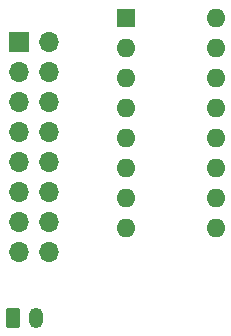
<source format=gbr>
%TF.GenerationSoftware,KiCad,Pcbnew,(7.0.0)*%
%TF.CreationDate,2024-04-03T23:31:09+02:00*%
%TF.ProjectId,p0wer EE3088,70307765-7220-4454-9533-3038382e6b69,rev?*%
%TF.SameCoordinates,Original*%
%TF.FileFunction,Soldermask,Bot*%
%TF.FilePolarity,Negative*%
%FSLAX46Y46*%
G04 Gerber Fmt 4.6, Leading zero omitted, Abs format (unit mm)*
G04 Created by KiCad (PCBNEW (7.0.0)) date 2024-04-03 23:31:09*
%MOMM*%
%LPD*%
G01*
G04 APERTURE LIST*
G04 Aperture macros list*
%AMRoundRect*
0 Rectangle with rounded corners*
0 $1 Rounding radius*
0 $2 $3 $4 $5 $6 $7 $8 $9 X,Y pos of 4 corners*
0 Add a 4 corners polygon primitive as box body*
4,1,4,$2,$3,$4,$5,$6,$7,$8,$9,$2,$3,0*
0 Add four circle primitives for the rounded corners*
1,1,$1+$1,$2,$3*
1,1,$1+$1,$4,$5*
1,1,$1+$1,$6,$7*
1,1,$1+$1,$8,$9*
0 Add four rect primitives between the rounded corners*
20,1,$1+$1,$2,$3,$4,$5,0*
20,1,$1+$1,$4,$5,$6,$7,0*
20,1,$1+$1,$6,$7,$8,$9,0*
20,1,$1+$1,$8,$9,$2,$3,0*%
G04 Aperture macros list end*
%ADD10O,1.600000X1.600000*%
%ADD11R,1.600000X1.600000*%
%ADD12R,1.700000X1.700000*%
%ADD13O,1.700000X1.700000*%
%ADD14RoundRect,0.250000X-0.350000X-0.625000X0.350000X-0.625000X0.350000X0.625000X-0.350000X0.625000X0*%
%ADD15O,1.200000X1.750000*%
G04 APERTURE END LIST*
D10*
%TO.C,U2*%
X129539999Y-35559999D03*
X129539999Y-38099999D03*
X129539999Y-40639999D03*
X129539999Y-43179999D03*
X129539999Y-45719999D03*
X129539999Y-48259999D03*
X129539999Y-50799999D03*
X129539999Y-53339999D03*
X121919999Y-53339999D03*
X121919999Y-50799999D03*
X121919999Y-48259999D03*
X121919999Y-45719999D03*
X121919999Y-43179999D03*
X121919999Y-40639999D03*
X121919999Y-38099999D03*
D11*
X121919999Y-35559999D03*
%TD*%
D12*
%TO.C,J2*%
X112879999Y-37609999D03*
D13*
X115419999Y-37609999D03*
X112879999Y-40149999D03*
X115419999Y-40149999D03*
X112879999Y-42689999D03*
X115419999Y-42689999D03*
X112879999Y-45229999D03*
X115419999Y-45229999D03*
X112879999Y-47769999D03*
X115419999Y-47769999D03*
X112879999Y-50309999D03*
X115419999Y-50309999D03*
X112879999Y-52849999D03*
X115419999Y-52849999D03*
X112879999Y-55389999D03*
X115419999Y-55389999D03*
%TD*%
D14*
%TO.C,J1*%
X112300000Y-60960000D03*
D15*
X114299999Y-60959999D03*
%TD*%
M02*

</source>
